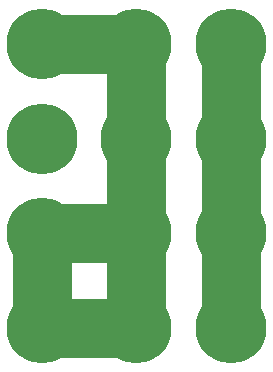
<source format=gbl>
%TF.GenerationSoftware,KiCad,Pcbnew,4.0.4+e1-6308~48~ubuntu16.04.1-stable*%
%TF.CreationDate,2016-12-19T13:40:22-08:00*%
%TF.ProjectId,4x3-CR2032-Coin-Cell-Magnet,3478332D4352323033322D436F696E2D,1.0*%
%TF.FileFunction,Copper,L2,Bot,Signal*%
%FSLAX46Y46*%
G04 Gerber Fmt 4.6, Leading zero omitted, Abs format (unit mm)*
G04 Created by KiCad (PCBNEW 4.0.4+e1-6308~48~ubuntu16.04.1-stable) date Mon Dec 19 13:40:22 2016*
%MOMM*%
%LPD*%
G01*
G04 APERTURE LIST*
%ADD10C,0.350000*%
%ADD11C,5.000000*%
%ADD12C,6.000000*%
%ADD13C,0.350000*%
G04 APERTURE END LIST*
D10*
D11*
X139320000Y-85220000D02*
X139320000Y-109220000D01*
X131320000Y-85220000D02*
X139320000Y-85220000D01*
X131320000Y-101220000D02*
X139320000Y-101220000D01*
X147320000Y-109220000D02*
X147320000Y-85220000D01*
X131320000Y-109220000D02*
X139320000Y-109220000D01*
X131320000Y-109220000D02*
X139320000Y-109220000D01*
X131320000Y-109220000D02*
X131320000Y-101220000D01*
D12*
X139320000Y-93220000D03*
X131320000Y-93220000D03*
X147320000Y-93220000D03*
X131320000Y-85220000D03*
X139320000Y-85220000D03*
X147320000Y-85220000D03*
X131320000Y-101220000D03*
X139320000Y-101220000D03*
X147320000Y-101220000D03*
X131320000Y-109220000D03*
X139320000Y-109220000D03*
X147320000Y-109220000D03*
D13*
X139320000Y-93220000D03*
X131320000Y-93220000D03*
X147320000Y-93220000D03*
X131320000Y-85220000D03*
X139320000Y-85220000D03*
X147320000Y-85220000D03*
X131320000Y-101220000D03*
X139320000Y-101220000D03*
X147320000Y-101220000D03*
X131320000Y-109220000D03*
X139320000Y-109220000D03*
X147320000Y-109220000D03*
M02*

</source>
